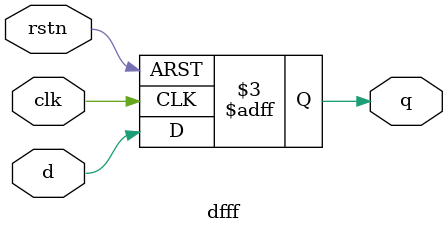
<source format=v>
module dfff (input d,  
              input rstn,  
              input clk,  
              output reg q);  
  
    always @ (posedge clk or negedge rstn)  
       if (!rstn)  
          q <= 0;  
       else  
          q <= d;  
endmodule  
</source>
